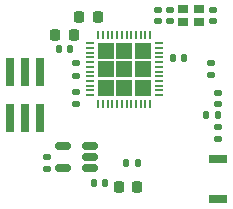
<source format=gbr>
%TF.GenerationSoftware,KiCad,Pcbnew,7.0.9*%
%TF.CreationDate,2024-03-10T22:23:52-07:00*%
%TF.ProjectId,P2.0,50322e30-2e6b-4696-9361-645f70636258,rev?*%
%TF.SameCoordinates,Original*%
%TF.FileFunction,Paste,Top*%
%TF.FilePolarity,Positive*%
%FSLAX46Y46*%
G04 Gerber Fmt 4.6, Leading zero omitted, Abs format (unit mm)*
G04 Created by KiCad (PCBNEW 7.0.9) date 2024-03-10 22:23:52*
%MOMM*%
%LPD*%
G01*
G04 APERTURE LIST*
G04 Aperture macros list*
%AMRoundRect*
0 Rectangle with rounded corners*
0 $1 Rounding radius*
0 $2 $3 $4 $5 $6 $7 $8 $9 X,Y pos of 4 corners*
0 Add a 4 corners polygon primitive as box body*
4,1,4,$2,$3,$4,$5,$6,$7,$8,$9,$2,$3,0*
0 Add four circle primitives for the rounded corners*
1,1,$1+$1,$2,$3*
1,1,$1+$1,$4,$5*
1,1,$1+$1,$6,$7*
1,1,$1+$1,$8,$9*
0 Add four rect primitives between the rounded corners*
20,1,$1+$1,$2,$3,$4,$5,0*
20,1,$1+$1,$4,$5,$6,$7,0*
20,1,$1+$1,$6,$7,$8,$9,0*
20,1,$1+$1,$8,$9,$2,$3,0*%
G04 Aperture macros list end*
%ADD10R,0.760000X2.400000*%
%ADD11R,1.600000X0.800000*%
%ADD12RoundRect,0.140000X0.140000X0.170000X-0.140000X0.170000X-0.140000X-0.170000X0.140000X-0.170000X0*%
%ADD13RoundRect,0.135000X-0.135000X-0.185000X0.135000X-0.185000X0.135000X0.185000X-0.135000X0.185000X0*%
%ADD14RoundRect,0.147500X-0.172500X0.147500X-0.172500X-0.147500X0.172500X-0.147500X0.172500X0.147500X0*%
%ADD15RoundRect,0.150000X0.512500X0.150000X-0.512500X0.150000X-0.512500X-0.150000X0.512500X-0.150000X0*%
%ADD16RoundRect,0.140000X0.170000X-0.140000X0.170000X0.140000X-0.170000X0.140000X-0.170000X-0.140000X0*%
%ADD17R,0.850000X0.750000*%
%ADD18RoundRect,0.140000X-0.170000X0.140000X-0.170000X-0.140000X0.170000X-0.140000X0.170000X0.140000X0*%
%ADD19RoundRect,0.147500X-0.147500X-0.172500X0.147500X-0.172500X0.147500X0.172500X-0.147500X0.172500X0*%
%ADD20RoundRect,0.225000X0.225000X0.250000X-0.225000X0.250000X-0.225000X-0.250000X0.225000X-0.250000X0*%
%ADD21RoundRect,0.218750X-0.218750X-0.256250X0.218750X-0.256250X0.218750X0.256250X-0.218750X0.256250X0*%
%ADD22R,0.762000X0.203200*%
%ADD23R,0.203200X0.762000*%
%ADD24RoundRect,0.135000X0.185000X-0.135000X0.185000X0.135000X-0.185000X0.135000X-0.185000X-0.135000X0*%
%ADD25RoundRect,0.135000X-0.185000X0.135000X-0.185000X-0.135000X0.185000X-0.135000X0.185000X0.135000X0*%
G04 APERTURE END LIST*
%TO.C,U5*%
G36*
X84495834Y-56466835D02*
G01*
X83129500Y-56466835D01*
X83129500Y-55100501D01*
X84495834Y-55100501D01*
X84495834Y-56466835D01*
G37*
G36*
X84495834Y-58033168D02*
G01*
X83129500Y-58033168D01*
X83129500Y-56666834D01*
X84495834Y-56666834D01*
X84495834Y-58033168D01*
G37*
G36*
X84495834Y-59599501D02*
G01*
X83129500Y-59599501D01*
X83129500Y-58233167D01*
X84495834Y-58233167D01*
X84495834Y-59599501D01*
G37*
G36*
X86062167Y-56466835D02*
G01*
X84695833Y-56466835D01*
X84695833Y-55100501D01*
X86062167Y-55100501D01*
X86062167Y-56466835D01*
G37*
G36*
X86062167Y-58033168D02*
G01*
X84695833Y-58033168D01*
X84695833Y-56666834D01*
X86062167Y-56666834D01*
X86062167Y-58033168D01*
G37*
G36*
X86062167Y-59599501D02*
G01*
X84695833Y-59599501D01*
X84695833Y-58233167D01*
X86062167Y-58233167D01*
X86062167Y-59599501D01*
G37*
G36*
X87628500Y-56466835D02*
G01*
X86262166Y-56466835D01*
X86262166Y-55100501D01*
X87628500Y-55100501D01*
X87628500Y-56466835D01*
G37*
G36*
X87628500Y-58033168D02*
G01*
X86262166Y-58033168D01*
X86262166Y-56666834D01*
X87628500Y-56666834D01*
X87628500Y-58033168D01*
G37*
G36*
X87628500Y-59599501D02*
G01*
X86262166Y-59599501D01*
X86262166Y-58233167D01*
X87628500Y-58233167D01*
X87628500Y-59599501D01*
G37*
%TD*%
D10*
%TO.C,J2*%
X78250000Y-61500000D03*
X78250000Y-57600000D03*
X76980000Y-61500000D03*
X76980000Y-57600000D03*
X75710000Y-61500000D03*
X75710000Y-57600000D03*
%TD*%
D11*
%TO.C,AE1*%
X93300000Y-68362500D03*
X93300000Y-64962500D03*
%TD*%
D12*
%TO.C,C11*%
X83780000Y-67000000D03*
X82820000Y-67000000D03*
%TD*%
D13*
%TO.C,R18*%
X85490000Y-65250000D03*
X86510000Y-65250000D03*
%TD*%
D12*
%TO.C,C17*%
X89520000Y-56400000D03*
X90480000Y-56400000D03*
%TD*%
D14*
%TO.C,L2*%
X93300000Y-62262500D03*
X93300000Y-63232500D03*
%TD*%
D15*
%TO.C,U4*%
X82500000Y-65750000D03*
X82500000Y-64800000D03*
X82500000Y-63850000D03*
X80225000Y-63850000D03*
X80225000Y-65750000D03*
%TD*%
D16*
%TO.C,C14*%
X81300000Y-59300000D03*
X81300000Y-60260000D03*
%TD*%
D17*
%TO.C,Y1*%
X90378999Y-52279001D03*
X91728999Y-52279001D03*
X91728999Y-53329001D03*
X90378999Y-53329001D03*
%TD*%
D18*
%TO.C,C13*%
X88278999Y-52319001D03*
X88278999Y-53279001D03*
%TD*%
D12*
%TO.C,C12*%
X80805000Y-55650000D03*
X79845000Y-55650000D03*
%TD*%
D19*
%TO.C,L3*%
X92330000Y-61250000D03*
X93300000Y-61250000D03*
%TD*%
D16*
%TO.C,C18*%
X92878999Y-53279001D03*
X92878999Y-52319001D03*
%TD*%
D20*
%TO.C,C19*%
X83125000Y-52950000D03*
X81575000Y-52950000D03*
%TD*%
D18*
%TO.C,C16*%
X89228999Y-52319001D03*
X89228999Y-53279001D03*
%TD*%
D20*
%TO.C,C20*%
X81100000Y-54450000D03*
X79550000Y-54450000D03*
%TD*%
D16*
%TO.C,C15*%
X93300000Y-60300000D03*
X93300000Y-59340000D03*
%TD*%
D21*
%TO.C,D1*%
X84925000Y-67300000D03*
X86500000Y-67300000D03*
%TD*%
D16*
%TO.C,C10*%
X78800000Y-65760000D03*
X78800000Y-64800000D03*
%TD*%
D22*
%TO.C,U5*%
X82458000Y-55150000D03*
X82458000Y-55550002D03*
X82458000Y-55950001D03*
X82458000Y-56350000D03*
X82458000Y-56750002D03*
X82458000Y-57150001D03*
X82458000Y-57550001D03*
X82458000Y-57950000D03*
X82458000Y-58350002D03*
X82458000Y-58750001D03*
X82458000Y-59150000D03*
X82458000Y-59550002D03*
D23*
X83178999Y-60271001D03*
X83579001Y-60271001D03*
X83979000Y-60271001D03*
X84378999Y-60271001D03*
X84779001Y-60271001D03*
X85179000Y-60271001D03*
X85579000Y-60271001D03*
X85978999Y-60271001D03*
X86379001Y-60271001D03*
X86779000Y-60271001D03*
X87178999Y-60271001D03*
X87579001Y-60271001D03*
D22*
X88300000Y-59550002D03*
X88300000Y-59150000D03*
X88300000Y-58750001D03*
X88300000Y-58350002D03*
X88300000Y-57950000D03*
X88300000Y-57550001D03*
X88300000Y-57150001D03*
X88300000Y-56750002D03*
X88300000Y-56350000D03*
X88300000Y-55950001D03*
X88300000Y-55550002D03*
X88300000Y-55150000D03*
D23*
X87579001Y-54429001D03*
X87178999Y-54429001D03*
X86779000Y-54429001D03*
X86379001Y-54429001D03*
X85978999Y-54429001D03*
X85579000Y-54429001D03*
X85179000Y-54429001D03*
X84779001Y-54429001D03*
X84378999Y-54429001D03*
X83979000Y-54429001D03*
X83579001Y-54429001D03*
X83178999Y-54429001D03*
%TD*%
D24*
%TO.C,R20*%
X81325000Y-57885000D03*
X81325000Y-56865000D03*
%TD*%
D25*
%TO.C,R13*%
X92700000Y-56790000D03*
X92700000Y-57810000D03*
%TD*%
M02*

</source>
